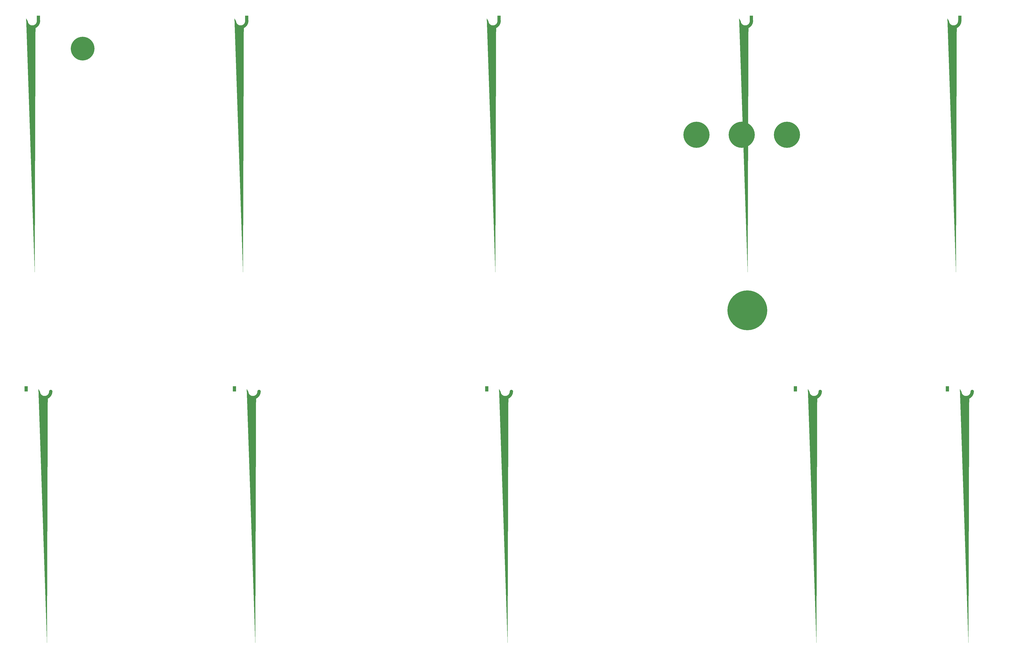
<source format=gbr>
%TF.GenerationSoftware,KiCad,Pcbnew,7.0.2*%
%TF.CreationDate,2023-06-29T00:21:26-04:00*%
%TF.ProjectId,FR4-universal-layout-plate,4652342d-756e-4697-9665-7273616c2d6c,rev?*%
%TF.SameCoordinates,Original*%
%TF.FileFunction,Soldermask,Bot*%
%TF.FilePolarity,Negative*%
%FSLAX46Y46*%
G04 Gerber Fmt 4.6, Leading zero omitted, Abs format (unit mm)*
G04 Created by KiCad (PCBNEW 7.0.2) date 2023-06-29 00:21:26*
%MOMM*%
%LPD*%
G01*
G04 APERTURE LIST*
G04 Aperture macros list*
%AMFreePoly0*
4,1,71,0.700000,-1.229964,0.735393,-1.487470,0.805521,-1.737758,0.909076,-1.976166,1.044130,-2.198253,1.208167,-2.399882,1.398131,-2.577296,1.610484,-2.727190,1.841269,-2.846774,2.086188,-2.933818,2.340679,-2.986702,2.600000,-3.004440,2.859321,-2.986702,3.113812,-2.933818,3.358731,-2.846774,3.589516,-2.727190,3.801869,-2.577296,3.991833,-2.399882,4.155870,-2.198253,4.290924,-1.976166,
4.394479,-1.737758,4.464607,-1.487470,4.500000,-1.229964,4.500000,-1.100000,4.517550,-0.944235,4.569322,-0.796281,4.652718,-0.663557,4.763557,-0.552718,4.896281,-0.469322,5.044235,-0.417550,5.200000,-0.400000,5.355765,-0.417550,5.503719,-0.469322,5.636443,-0.552718,5.747282,-0.663557,5.830678,-0.796281,5.882450,-0.944235,5.900000,-1.100000,5.881922,-1.444944,5.827887,-1.786109,
5.738487,-2.119756,5.614700,-2.442231,5.457884,-2.750000,5.269756,-3.039691,5.052378,-3.308131,4.808131,-3.552378,4.539691,-3.769756,4.250000,-3.957884,3.942231,-4.114700,3.619756,-4.238487,3.286109,-4.327887,2.944944,-4.381922,2.600000,-4.400000,2.255056,-4.381922,1.913891,-4.327887,1.580244,-4.238487,1.257769,-4.114700,0.950000,-3.957884,0.660309,-3.769756,0.391869,-3.552378,
0.147622,-3.308131,-0.069756,-3.039691,-0.257884,-2.750000,-0.414700,-2.442231,-0.538487,-2.119756,-0.627887,-1.786109,-0.681922,-1.444944,-0.700000,-1.100000,-0.700000,1.100000,0.700000,1.100000,0.700000,-1.229964,0.700000,-1.229964,$1*%
G04 Aperture macros list end*
%ADD10FreePoly0,0.000000*%
%ADD11R,1.400000X2.200000*%
%ADD12FreePoly0,180.000000*%
%ADD13C,11.000000*%
%ADD14C,16.800000*%
%ADD15C,10.000000*%
G04 APERTURE END LIST*
D10*
%TO.C,H102*%
X76887500Y34825000D03*
D11*
X82087500Y34825000D03*
%TD*%
D10*
%TO.C,H104*%
X289387500Y34825000D03*
D11*
X294587500Y34825000D03*
%TD*%
D12*
%TO.C,H106*%
X-5662500Y-121375000D03*
D11*
X-10862500Y-121375000D03*
%TD*%
D10*
%TO.C,H105*%
X377137500Y34825000D03*
D11*
X382337500Y34825000D03*
%TD*%
D13*
%TO.C,H2*%
X271462500Y-14287500D03*
%TD*%
D10*
%TO.C,H101*%
X-10862500Y34825000D03*
D11*
X-5662500Y34825000D03*
%TD*%
D13*
%TO.C,H3*%
X290512500Y-14287500D03*
%TD*%
D10*
%TO.C,H103*%
X183137500Y34825000D03*
D11*
X188337500Y34825000D03*
%TD*%
D14*
%TO.C,H6*%
X292893750Y-88225250D03*
%TD*%
D12*
%TO.C,H109*%
X318337500Y-121375000D03*
D11*
X313137500Y-121375000D03*
%TD*%
D12*
%TO.C,H108*%
X188337500Y-121375000D03*
D11*
X183137500Y-121375000D03*
%TD*%
D13*
%TO.C,H4*%
X309562500Y-14287500D03*
%TD*%
D15*
%TO.C,H5*%
X13000000Y22050000D03*
%TD*%
D12*
%TO.C,H110*%
X382337500Y-121375000D03*
D11*
X377137500Y-121375000D03*
%TD*%
D12*
%TO.C,H107*%
X82087500Y-121375000D03*
D11*
X76887500Y-121375000D03*
%TD*%
M02*

</source>
